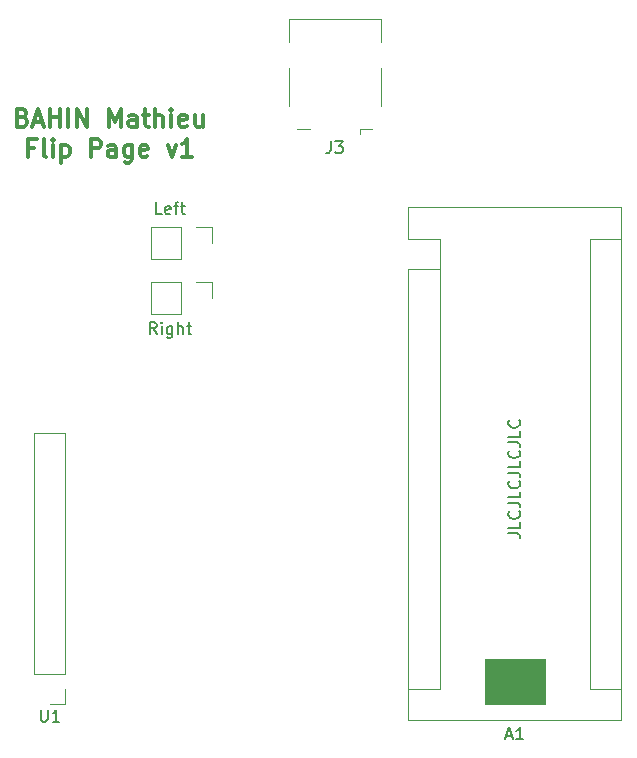
<source format=gto>
%TF.GenerationSoftware,KiCad,Pcbnew,(5.1.8)-1*%
%TF.CreationDate,2021-06-13T18:19:16+02:00*%
%TF.ProjectId,p_dale_ble,70e96461-6c65-45f6-926c-652e6b696361,rev?*%
%TF.SameCoordinates,Original*%
%TF.FileFunction,Legend,Top*%
%TF.FilePolarity,Positive*%
%FSLAX46Y46*%
G04 Gerber Fmt 4.6, Leading zero omitted, Abs format (unit mm)*
G04 Created by KiCad (PCBNEW (5.1.8)-1) date 2021-06-13 18:19:16*
%MOMM*%
%LPD*%
G01*
G04 APERTURE LIST*
%ADD10C,0.150000*%
%ADD11C,0.100000*%
%ADD12C,0.300000*%
%ADD13C,0.120000*%
G04 APERTURE END LIST*
D10*
X104290952Y-102052380D02*
X103957619Y-101576190D01*
X103719523Y-102052380D02*
X103719523Y-101052380D01*
X104100476Y-101052380D01*
X104195714Y-101100000D01*
X104243333Y-101147619D01*
X104290952Y-101242857D01*
X104290952Y-101385714D01*
X104243333Y-101480952D01*
X104195714Y-101528571D01*
X104100476Y-101576190D01*
X103719523Y-101576190D01*
X104719523Y-102052380D02*
X104719523Y-101385714D01*
X104719523Y-101052380D02*
X104671904Y-101100000D01*
X104719523Y-101147619D01*
X104767142Y-101100000D01*
X104719523Y-101052380D01*
X104719523Y-101147619D01*
X105624285Y-101385714D02*
X105624285Y-102195238D01*
X105576666Y-102290476D01*
X105529047Y-102338095D01*
X105433809Y-102385714D01*
X105290952Y-102385714D01*
X105195714Y-102338095D01*
X105624285Y-102004761D02*
X105529047Y-102052380D01*
X105338571Y-102052380D01*
X105243333Y-102004761D01*
X105195714Y-101957142D01*
X105148095Y-101861904D01*
X105148095Y-101576190D01*
X105195714Y-101480952D01*
X105243333Y-101433333D01*
X105338571Y-101385714D01*
X105529047Y-101385714D01*
X105624285Y-101433333D01*
X106100476Y-102052380D02*
X106100476Y-101052380D01*
X106529047Y-102052380D02*
X106529047Y-101528571D01*
X106481428Y-101433333D01*
X106386190Y-101385714D01*
X106243333Y-101385714D01*
X106148095Y-101433333D01*
X106100476Y-101480952D01*
X106862380Y-101385714D02*
X107243333Y-101385714D01*
X107005238Y-101052380D02*
X107005238Y-101909523D01*
X107052857Y-102004761D01*
X107148095Y-102052380D01*
X107243333Y-102052380D01*
X104719523Y-91892380D02*
X104243333Y-91892380D01*
X104243333Y-90892380D01*
X105433809Y-91844761D02*
X105338571Y-91892380D01*
X105148095Y-91892380D01*
X105052857Y-91844761D01*
X105005238Y-91749523D01*
X105005238Y-91368571D01*
X105052857Y-91273333D01*
X105148095Y-91225714D01*
X105338571Y-91225714D01*
X105433809Y-91273333D01*
X105481428Y-91368571D01*
X105481428Y-91463809D01*
X105005238Y-91559047D01*
X105767142Y-91225714D02*
X106148095Y-91225714D01*
X105910000Y-91892380D02*
X105910000Y-91035238D01*
X105957619Y-90940000D01*
X106052857Y-90892380D01*
X106148095Y-90892380D01*
X106338571Y-91225714D02*
X106719523Y-91225714D01*
X106481428Y-90892380D02*
X106481428Y-91749523D01*
X106529047Y-91844761D01*
X106624285Y-91892380D01*
X106719523Y-91892380D01*
X134072380Y-118919047D02*
X134786666Y-118919047D01*
X134929523Y-118966666D01*
X135024761Y-119061904D01*
X135072380Y-119204761D01*
X135072380Y-119300000D01*
X135072380Y-117966666D02*
X135072380Y-118442857D01*
X134072380Y-118442857D01*
X134977142Y-117061904D02*
X135024761Y-117109523D01*
X135072380Y-117252380D01*
X135072380Y-117347619D01*
X135024761Y-117490476D01*
X134929523Y-117585714D01*
X134834285Y-117633333D01*
X134643809Y-117680952D01*
X134500952Y-117680952D01*
X134310476Y-117633333D01*
X134215238Y-117585714D01*
X134120000Y-117490476D01*
X134072380Y-117347619D01*
X134072380Y-117252380D01*
X134120000Y-117109523D01*
X134167619Y-117061904D01*
X134072380Y-116347619D02*
X134786666Y-116347619D01*
X134929523Y-116395238D01*
X135024761Y-116490476D01*
X135072380Y-116633333D01*
X135072380Y-116728571D01*
X135072380Y-115395238D02*
X135072380Y-115871428D01*
X134072380Y-115871428D01*
X134977142Y-114490476D02*
X135024761Y-114538095D01*
X135072380Y-114680952D01*
X135072380Y-114776190D01*
X135024761Y-114919047D01*
X134929523Y-115014285D01*
X134834285Y-115061904D01*
X134643809Y-115109523D01*
X134500952Y-115109523D01*
X134310476Y-115061904D01*
X134215238Y-115014285D01*
X134120000Y-114919047D01*
X134072380Y-114776190D01*
X134072380Y-114680952D01*
X134120000Y-114538095D01*
X134167619Y-114490476D01*
X134072380Y-113776190D02*
X134786666Y-113776190D01*
X134929523Y-113823809D01*
X135024761Y-113919047D01*
X135072380Y-114061904D01*
X135072380Y-114157142D01*
X135072380Y-112823809D02*
X135072380Y-113300000D01*
X134072380Y-113300000D01*
X134977142Y-111919047D02*
X135024761Y-111966666D01*
X135072380Y-112109523D01*
X135072380Y-112204761D01*
X135024761Y-112347619D01*
X134929523Y-112442857D01*
X134834285Y-112490476D01*
X134643809Y-112538095D01*
X134500952Y-112538095D01*
X134310476Y-112490476D01*
X134215238Y-112442857D01*
X134120000Y-112347619D01*
X134072380Y-112204761D01*
X134072380Y-112109523D01*
X134120000Y-111966666D01*
X134167619Y-111919047D01*
X134072380Y-111204761D02*
X134786666Y-111204761D01*
X134929523Y-111252380D01*
X135024761Y-111347619D01*
X135072380Y-111490476D01*
X135072380Y-111585714D01*
X135072380Y-110252380D02*
X135072380Y-110728571D01*
X134072380Y-110728571D01*
X134977142Y-109347619D02*
X135024761Y-109395238D01*
X135072380Y-109538095D01*
X135072380Y-109633333D01*
X135024761Y-109776190D01*
X134929523Y-109871428D01*
X134834285Y-109919047D01*
X134643809Y-109966666D01*
X134500952Y-109966666D01*
X134310476Y-109919047D01*
X134215238Y-109871428D01*
X134120000Y-109776190D01*
X134072380Y-109633333D01*
X134072380Y-109538095D01*
X134120000Y-109395238D01*
X134167619Y-109347619D01*
D11*
G36*
X137160000Y-133350000D02*
G01*
X132080000Y-133350000D01*
X132080000Y-129540000D01*
X137160000Y-129540000D01*
X137160000Y-133350000D01*
G37*
X137160000Y-133350000D02*
X132080000Y-133350000D01*
X132080000Y-129540000D01*
X137160000Y-129540000D01*
X137160000Y-133350000D01*
D12*
X92972857Y-83707857D02*
X93187142Y-83779285D01*
X93258571Y-83850714D01*
X93330000Y-83993571D01*
X93330000Y-84207857D01*
X93258571Y-84350714D01*
X93187142Y-84422142D01*
X93044285Y-84493571D01*
X92472857Y-84493571D01*
X92472857Y-82993571D01*
X92972857Y-82993571D01*
X93115714Y-83065000D01*
X93187142Y-83136428D01*
X93258571Y-83279285D01*
X93258571Y-83422142D01*
X93187142Y-83565000D01*
X93115714Y-83636428D01*
X92972857Y-83707857D01*
X92472857Y-83707857D01*
X93901428Y-84065000D02*
X94615714Y-84065000D01*
X93758571Y-84493571D02*
X94258571Y-82993571D01*
X94758571Y-84493571D01*
X95258571Y-84493571D02*
X95258571Y-82993571D01*
X95258571Y-83707857D02*
X96115714Y-83707857D01*
X96115714Y-84493571D02*
X96115714Y-82993571D01*
X96830000Y-84493571D02*
X96830000Y-82993571D01*
X97544285Y-84493571D02*
X97544285Y-82993571D01*
X98401428Y-84493571D01*
X98401428Y-82993571D01*
X100258571Y-84493571D02*
X100258571Y-82993571D01*
X100758571Y-84065000D01*
X101258571Y-82993571D01*
X101258571Y-84493571D01*
X102615714Y-84493571D02*
X102615714Y-83707857D01*
X102544285Y-83565000D01*
X102401428Y-83493571D01*
X102115714Y-83493571D01*
X101972857Y-83565000D01*
X102615714Y-84422142D02*
X102472857Y-84493571D01*
X102115714Y-84493571D01*
X101972857Y-84422142D01*
X101901428Y-84279285D01*
X101901428Y-84136428D01*
X101972857Y-83993571D01*
X102115714Y-83922142D01*
X102472857Y-83922142D01*
X102615714Y-83850714D01*
X103115714Y-83493571D02*
X103687142Y-83493571D01*
X103330000Y-82993571D02*
X103330000Y-84279285D01*
X103401428Y-84422142D01*
X103544285Y-84493571D01*
X103687142Y-84493571D01*
X104187142Y-84493571D02*
X104187142Y-82993571D01*
X104830000Y-84493571D02*
X104830000Y-83707857D01*
X104758571Y-83565000D01*
X104615714Y-83493571D01*
X104401428Y-83493571D01*
X104258571Y-83565000D01*
X104187142Y-83636428D01*
X105544285Y-84493571D02*
X105544285Y-83493571D01*
X105544285Y-82993571D02*
X105472857Y-83065000D01*
X105544285Y-83136428D01*
X105615714Y-83065000D01*
X105544285Y-82993571D01*
X105544285Y-83136428D01*
X106830000Y-84422142D02*
X106687142Y-84493571D01*
X106401428Y-84493571D01*
X106258571Y-84422142D01*
X106187142Y-84279285D01*
X106187142Y-83707857D01*
X106258571Y-83565000D01*
X106401428Y-83493571D01*
X106687142Y-83493571D01*
X106830000Y-83565000D01*
X106901428Y-83707857D01*
X106901428Y-83850714D01*
X106187142Y-83993571D01*
X108187142Y-83493571D02*
X108187142Y-84493571D01*
X107544285Y-83493571D02*
X107544285Y-84279285D01*
X107615714Y-84422142D01*
X107758571Y-84493571D01*
X107972857Y-84493571D01*
X108115714Y-84422142D01*
X108187142Y-84350714D01*
X93937142Y-86257857D02*
X93437142Y-86257857D01*
X93437142Y-87043571D02*
X93437142Y-85543571D01*
X94151428Y-85543571D01*
X94937142Y-87043571D02*
X94794285Y-86972142D01*
X94722857Y-86829285D01*
X94722857Y-85543571D01*
X95508571Y-87043571D02*
X95508571Y-86043571D01*
X95508571Y-85543571D02*
X95437142Y-85615000D01*
X95508571Y-85686428D01*
X95580000Y-85615000D01*
X95508571Y-85543571D01*
X95508571Y-85686428D01*
X96222857Y-86043571D02*
X96222857Y-87543571D01*
X96222857Y-86115000D02*
X96365714Y-86043571D01*
X96651428Y-86043571D01*
X96794285Y-86115000D01*
X96865714Y-86186428D01*
X96937142Y-86329285D01*
X96937142Y-86757857D01*
X96865714Y-86900714D01*
X96794285Y-86972142D01*
X96651428Y-87043571D01*
X96365714Y-87043571D01*
X96222857Y-86972142D01*
X98722857Y-87043571D02*
X98722857Y-85543571D01*
X99294285Y-85543571D01*
X99437142Y-85615000D01*
X99508571Y-85686428D01*
X99580000Y-85829285D01*
X99580000Y-86043571D01*
X99508571Y-86186428D01*
X99437142Y-86257857D01*
X99294285Y-86329285D01*
X98722857Y-86329285D01*
X100865714Y-87043571D02*
X100865714Y-86257857D01*
X100794285Y-86115000D01*
X100651428Y-86043571D01*
X100365714Y-86043571D01*
X100222857Y-86115000D01*
X100865714Y-86972142D02*
X100722857Y-87043571D01*
X100365714Y-87043571D01*
X100222857Y-86972142D01*
X100151428Y-86829285D01*
X100151428Y-86686428D01*
X100222857Y-86543571D01*
X100365714Y-86472142D01*
X100722857Y-86472142D01*
X100865714Y-86400714D01*
X102222857Y-86043571D02*
X102222857Y-87257857D01*
X102151428Y-87400714D01*
X102080000Y-87472142D01*
X101937142Y-87543571D01*
X101722857Y-87543571D01*
X101580000Y-87472142D01*
X102222857Y-86972142D02*
X102080000Y-87043571D01*
X101794285Y-87043571D01*
X101651428Y-86972142D01*
X101580000Y-86900714D01*
X101508571Y-86757857D01*
X101508571Y-86329285D01*
X101580000Y-86186428D01*
X101651428Y-86115000D01*
X101794285Y-86043571D01*
X102080000Y-86043571D01*
X102222857Y-86115000D01*
X103508571Y-86972142D02*
X103365714Y-87043571D01*
X103080000Y-87043571D01*
X102937142Y-86972142D01*
X102865714Y-86829285D01*
X102865714Y-86257857D01*
X102937142Y-86115000D01*
X103080000Y-86043571D01*
X103365714Y-86043571D01*
X103508571Y-86115000D01*
X103580000Y-86257857D01*
X103580000Y-86400714D01*
X102865714Y-86543571D01*
X105222857Y-86043571D02*
X105580000Y-87043571D01*
X105937142Y-86043571D01*
X107294285Y-87043571D02*
X106437142Y-87043571D01*
X106865714Y-87043571D02*
X106865714Y-85543571D01*
X106722857Y-85757857D01*
X106580000Y-85900714D01*
X106437142Y-85972142D01*
D13*
%TO.C,U1*%
X96580000Y-110430000D02*
X93920000Y-110430000D01*
X96580000Y-130810000D02*
X96580000Y-110430000D01*
X93920000Y-130810000D02*
X93920000Y-110430000D01*
X96580000Y-130810000D02*
X93920000Y-130810000D01*
X96580000Y-132080000D02*
X96580000Y-133410000D01*
X96580000Y-133410000D02*
X95250000Y-133410000D01*
%TO.C,J3*%
X115470000Y-75370000D02*
X123290000Y-75370000D01*
X121490000Y-84690000D02*
X121490000Y-85120000D01*
X115470000Y-75370000D02*
X115470000Y-77320000D01*
X115470000Y-79540000D02*
X115470000Y-82770000D01*
X117270000Y-84690000D02*
X116190000Y-84690000D01*
X122570000Y-84690000D02*
X121490000Y-84690000D01*
X123290000Y-79540000D02*
X123290000Y-82770000D01*
X123290000Y-75370000D02*
X123290000Y-77320000D01*
%TO.C,A1*%
X143640000Y-91310000D02*
X125600000Y-91310000D01*
X143640000Y-134750000D02*
X143640000Y-91310000D01*
X125600000Y-134750000D02*
X143640000Y-134750000D01*
X128270000Y-132080000D02*
X125600000Y-132080000D01*
X128270000Y-96520000D02*
X128270000Y-132080000D01*
X128270000Y-96520000D02*
X125600000Y-96520000D01*
X140970000Y-132080000D02*
X143640000Y-132080000D01*
X140970000Y-93980000D02*
X140970000Y-132080000D01*
X140970000Y-93980000D02*
X143640000Y-93980000D01*
X125600000Y-91310000D02*
X125600000Y-93980000D01*
X125600000Y-96520000D02*
X125600000Y-134750000D01*
X128270000Y-93980000D02*
X125600000Y-93980000D01*
X128270000Y-96520000D02*
X128270000Y-93980000D01*
%TO.C,J2*%
X109000000Y-97670000D02*
X109000000Y-99000000D01*
X107670000Y-97670000D02*
X109000000Y-97670000D01*
X106400000Y-97670000D02*
X106400000Y-100330000D01*
X106400000Y-100330000D02*
X103800000Y-100330000D01*
X106400000Y-97670000D02*
X103800000Y-97670000D01*
X103800000Y-97670000D02*
X103800000Y-100330000D01*
%TO.C,J1*%
X109000000Y-93020000D02*
X109000000Y-94350000D01*
X107670000Y-93020000D02*
X109000000Y-93020000D01*
X106400000Y-93020000D02*
X106400000Y-95680000D01*
X106400000Y-95680000D02*
X103800000Y-95680000D01*
X106400000Y-93020000D02*
X103800000Y-93020000D01*
X103800000Y-93020000D02*
X103800000Y-95680000D01*
%TO.C,U1*%
D10*
X94488095Y-133862380D02*
X94488095Y-134671904D01*
X94535714Y-134767142D01*
X94583333Y-134814761D01*
X94678571Y-134862380D01*
X94869047Y-134862380D01*
X94964285Y-134814761D01*
X95011904Y-134767142D01*
X95059523Y-134671904D01*
X95059523Y-133862380D01*
X96059523Y-134862380D02*
X95488095Y-134862380D01*
X95773809Y-134862380D02*
X95773809Y-133862380D01*
X95678571Y-134005238D01*
X95583333Y-134100476D01*
X95488095Y-134148095D01*
%TO.C,J3*%
X119046666Y-85732380D02*
X119046666Y-86446666D01*
X118999047Y-86589523D01*
X118903809Y-86684761D01*
X118760952Y-86732380D01*
X118665714Y-86732380D01*
X119427619Y-85732380D02*
X120046666Y-85732380D01*
X119713333Y-86113333D01*
X119856190Y-86113333D01*
X119951428Y-86160952D01*
X119999047Y-86208571D01*
X120046666Y-86303809D01*
X120046666Y-86541904D01*
X119999047Y-86637142D01*
X119951428Y-86684761D01*
X119856190Y-86732380D01*
X119570476Y-86732380D01*
X119475238Y-86684761D01*
X119427619Y-86637142D01*
%TO.C,A1*%
X133905714Y-136056666D02*
X134381904Y-136056666D01*
X133810476Y-136342380D02*
X134143809Y-135342380D01*
X134477142Y-136342380D01*
X135334285Y-136342380D02*
X134762857Y-136342380D01*
X135048571Y-136342380D02*
X135048571Y-135342380D01*
X134953333Y-135485238D01*
X134858095Y-135580476D01*
X134762857Y-135628095D01*
%TD*%
M02*

</source>
